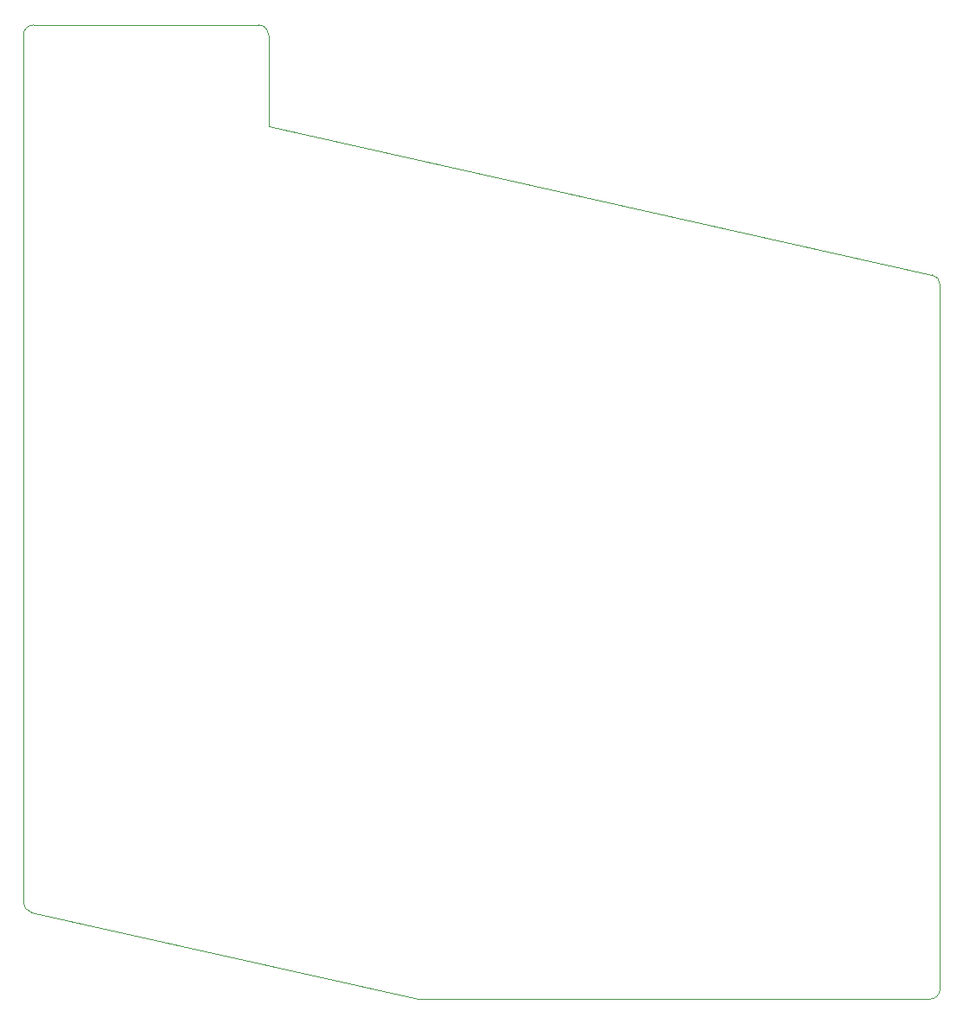
<source format=gko>
%TF.GenerationSoftware,KiCad,Pcbnew,(6.0.6)*%
%TF.CreationDate,2022-11-27T23:57:51+09:00*%
%TF.ProjectId,split-mini__bottom,73706c69-742d-46d6-996e-695f5f626f74,rev?*%
%TF.SameCoordinates,Original*%
%TF.FileFunction,Profile,NP*%
%FSLAX46Y46*%
G04 Gerber Fmt 4.6, Leading zero omitted, Abs format (unit mm)*
G04 Created by KiCad (PCBNEW (6.0.6)) date 2022-11-27 23:57:51*
%MOMM*%
%LPD*%
G01*
G04 APERTURE LIST*
%TA.AperFunction,Profile*%
%ADD10C,0.100000*%
%TD*%
G04 APERTURE END LIST*
D10*
X113700000Y-47980000D02*
X48706692Y-33440758D01*
X114481692Y-117888869D02*
X114481692Y-48955880D01*
X25706692Y-23513892D02*
G75*
G03*
X24706692Y-24513869I8J-1000008D01*
G01*
X113481692Y-118888892D02*
G75*
G03*
X114481692Y-117888869I8J999992D01*
G01*
X114481737Y-48955880D02*
G75*
G03*
X113700000Y-47980000I-1000137J-120D01*
G01*
X63592178Y-118888869D02*
X113481692Y-118888869D01*
X25488384Y-110389626D02*
X63373870Y-118864748D01*
X63373868Y-118864755D02*
G75*
G03*
X63592178Y-118888869I218232J975455D01*
G01*
X24706692Y-24513869D02*
X24706692Y-109413746D01*
X24706653Y-109413746D02*
G75*
G03*
X25488384Y-110389626I1000047J46D01*
G01*
X47706692Y-23513869D02*
X25706692Y-23513869D01*
X48706731Y-24513869D02*
G75*
G03*
X47706692Y-23513869I-1000031J-31D01*
G01*
X48706692Y-24513869D02*
X48706692Y-33440758D01*
M02*

</source>
